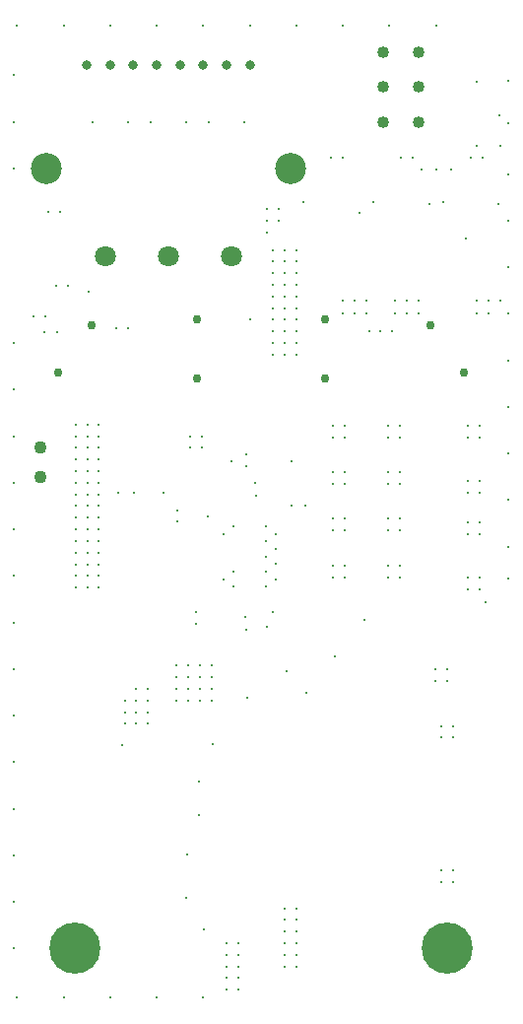
<source format=gbr>
%TF.GenerationSoftware,Altium Limited,Altium Designer,25.6.2 (33)*%
G04 Layer_Color=0*
%FSLAX45Y45*%
%MOMM*%
%TF.SameCoordinates,4265A882-CCA4-4A53-A555-757F884491BB*%
%TF.FilePolarity,Positive*%
%TF.FileFunction,Plated,1,6,PTH,Drill*%
%TF.Part,Single*%
G01*
G75*
%TA.AperFunction,ComponentDrill*%
%ADD123C,1.02000*%
%ADD124C,1.80000*%
%ADD125C,0.75000*%
%ADD126C,0.75000*%
%ADD127C,0.75000*%
%ADD128C,2.67000*%
%ADD129C,0.80000*%
%ADD130C,4.40000*%
%ADD131C,1.10000*%
%TA.AperFunction,ViaDrill,NotFilled*%
%ADD132C,0.30000*%
D123*
X1350000Y8200000D02*
D03*
X1350000Y7900000D02*
D03*
X1350000Y7600000D02*
D03*
X1050000Y8200000D02*
D03*
Y7600000D02*
D03*
X1050000Y7900000D02*
D03*
D124*
X-800000Y6445500D02*
D03*
X-256000D02*
D03*
X-1344000D02*
D03*
D125*
X1456606Y5854788D02*
D03*
X1743394Y5445212D02*
D03*
D126*
X550000Y5900000D02*
D03*
X-550000D02*
D03*
X550000Y5400000D02*
D03*
X-550000D02*
D03*
D127*
X-1456606Y5854788D02*
D03*
X-1743394Y5445212D02*
D03*
D128*
X247000Y7200000D02*
D03*
X-1847000D02*
D03*
D129*
X-1100000Y8085000D02*
D03*
X-500000D02*
D03*
X-100000D02*
D03*
X-300000D02*
D03*
X-700000D02*
D03*
X-900000D02*
D03*
X-1300000D02*
D03*
X-1500000D02*
D03*
D130*
X-1600000Y500000D02*
D03*
X1600000D02*
D03*
D131*
X-1900000Y4548000D02*
D03*
Y4802000D02*
D03*
D132*
X-420000Y2255000D02*
D03*
X-650000Y930000D02*
D03*
X-535000Y1934058D02*
D03*
X-495000Y661532D02*
D03*
X-640999Y1302886D02*
D03*
X-535000Y1646156D02*
D03*
X884588Y3321434D02*
D03*
X386183Y2695660D02*
D03*
X-1397500Y3600000D02*
D03*
Y3700000D02*
D03*
Y3800000D02*
D03*
Y3999999D02*
D03*
Y3900000D02*
D03*
Y4199999D02*
D03*
Y4099999D02*
D03*
Y4399999D02*
D03*
Y4299999D02*
D03*
Y4599998D02*
D03*
Y4499998D02*
D03*
Y4799998D02*
D03*
Y4699998D02*
D03*
Y4999997D02*
D03*
Y4899998D02*
D03*
X-1497500D02*
D03*
X-1597500D02*
D03*
Y4999997D02*
D03*
X-1497500D02*
D03*
Y4699998D02*
D03*
X-1597500D02*
D03*
Y4799998D02*
D03*
X-1497500D02*
D03*
Y4499998D02*
D03*
X-1597500D02*
D03*
Y4599998D02*
D03*
X-1497500D02*
D03*
Y4299999D02*
D03*
X-1597500D02*
D03*
Y4399999D02*
D03*
X-1497500D02*
D03*
Y4099999D02*
D03*
X-1597500D02*
D03*
Y4199999D02*
D03*
X-1497500D02*
D03*
Y3900000D02*
D03*
X-1597500D02*
D03*
Y3999999D02*
D03*
X-1497500D02*
D03*
Y3800000D02*
D03*
X-1597500D02*
D03*
Y3700000D02*
D03*
X-1497500D02*
D03*
Y3600000D02*
D03*
X-1597500D02*
D03*
X1650000Y1069000D02*
D03*
X1550000D02*
D03*
Y1169000D02*
D03*
X1650000D02*
D03*
X1597500Y2900000D02*
D03*
X1497500D02*
D03*
Y2800000D02*
D03*
X1597500D02*
D03*
X1650000Y2411000D02*
D03*
X1550000D02*
D03*
Y2311000D02*
D03*
X1650000D02*
D03*
X1125000Y5800000D02*
D03*
X1025000D02*
D03*
X2125000Y7952499D02*
D03*
Y7592499D02*
D03*
Y7152499D02*
D03*
Y6752499D02*
D03*
Y5952499D02*
D03*
X1925000Y3474999D02*
D03*
X635386Y3008547D02*
D03*
X-120000Y2650000D02*
D03*
X-2125002Y5700000D02*
D03*
Y5300000D02*
D03*
Y4900000D02*
D03*
Y4500000D02*
D03*
Y4100000D02*
D03*
Y3700000D02*
D03*
Y3300000D02*
D03*
Y2900000D02*
D03*
Y2500000D02*
D03*
Y2100000D02*
D03*
Y1700000D02*
D03*
Y1300000D02*
D03*
Y900000D02*
D03*
Y500000D02*
D03*
X-500000Y74998D02*
D03*
X-900000D02*
D03*
X-1300000D02*
D03*
X-2100000D02*
D03*
X-1700000D02*
D03*
X-200000Y144999D02*
D03*
X-300000D02*
D03*
Y244999D02*
D03*
X-200000D02*
D03*
Y544999D02*
D03*
X-300000D02*
D03*
X-200000Y444999D02*
D03*
X-300000D02*
D03*
Y344999D02*
D03*
X-200000D02*
D03*
X200000D02*
D03*
X300000D02*
D03*
Y444999D02*
D03*
X200000D02*
D03*
X300000Y544999D02*
D03*
X200000D02*
D03*
Y644999D02*
D03*
X300000D02*
D03*
Y745000D02*
D03*
X200000D02*
D03*
Y845000D02*
D03*
X300000D02*
D03*
X-2125002Y7200001D02*
D03*
Y7600001D02*
D03*
Y8000001D02*
D03*
X1500000Y8425002D02*
D03*
X1100000D02*
D03*
X700000D02*
D03*
X300000D02*
D03*
X-100000D02*
D03*
X-500000D02*
D03*
X-900000D02*
D03*
X-1300000D02*
D03*
X-2100000D02*
D03*
X-1700000D02*
D03*
X2125000Y6352499D02*
D03*
Y5552499D02*
D03*
Y5152499D02*
D03*
Y4752499D02*
D03*
Y4352499D02*
D03*
Y3674999D02*
D03*
Y3952499D02*
D03*
X1875000Y4162500D02*
D03*
Y4062500D02*
D03*
Y3687500D02*
D03*
X1775000Y4062500D02*
D03*
X1875000Y3587500D02*
D03*
X1775000Y3687500D02*
D03*
Y3587500D02*
D03*
Y4162500D02*
D03*
X-720000Y4165000D02*
D03*
Y4265000D02*
D03*
X1775000Y4512500D02*
D03*
X1875000D02*
D03*
X1775000Y4412500D02*
D03*
X1875000D02*
D03*
X1087500Y4090000D02*
D03*
Y4190000D02*
D03*
Y3790000D02*
D03*
Y3690000D02*
D03*
X1187500Y4090000D02*
D03*
Y4190000D02*
D03*
Y3790000D02*
D03*
Y3690000D02*
D03*
Y4890000D02*
D03*
Y4990000D02*
D03*
Y4590000D02*
D03*
Y4490000D02*
D03*
X1087500Y4890000D02*
D03*
Y4990000D02*
D03*
Y4590000D02*
D03*
Y4490000D02*
D03*
X-975000Y2530001D02*
D03*
X-1075000D02*
D03*
Y2630000D02*
D03*
Y2730000D02*
D03*
X-975000D02*
D03*
Y2630000D02*
D03*
X-1075000Y2430001D02*
D03*
X-975000D02*
D03*
X-1175000Y2530001D02*
D03*
Y2430001D02*
D03*
Y2630000D02*
D03*
X1850000Y7945000D02*
D03*
X1500000Y7190000D02*
D03*
X1627000D02*
D03*
X1373000D02*
D03*
X2040500Y6897500D02*
D03*
X1950000Y5955000D02*
D03*
X1850000D02*
D03*
X1560000Y6907500D02*
D03*
X1440500Y6897500D02*
D03*
X1350000Y5955000D02*
D03*
X960000Y6907500D02*
D03*
X360000D02*
D03*
X840500Y6820000D02*
D03*
X800000Y5955000D02*
D03*
X900000D02*
D03*
X700000D02*
D03*
X1250000D02*
D03*
X1150000D02*
D03*
X300000Y6300000D02*
D03*
Y6200000D02*
D03*
Y6500000D02*
D03*
Y6000000D02*
D03*
Y6100000D02*
D03*
X712500Y4890000D02*
D03*
Y4590000D02*
D03*
X1875000Y4887500D02*
D03*
X712500Y3690000D02*
D03*
X1775000Y4887500D02*
D03*
X712500Y4090000D02*
D03*
Y4490000D02*
D03*
Y4990000D02*
D03*
X612500D02*
D03*
Y4590000D02*
D03*
Y4490000D02*
D03*
Y4890000D02*
D03*
X300000Y5800000D02*
D03*
Y5700000D02*
D03*
Y5900000D02*
D03*
X377500Y4300000D02*
D03*
X300000Y5600000D02*
D03*
X712500Y4190000D02*
D03*
Y3790000D02*
D03*
X1875000Y4987500D02*
D03*
X1775000D02*
D03*
X612500Y4190000D02*
D03*
Y4090000D02*
D03*
Y3690000D02*
D03*
Y3790000D02*
D03*
X200000Y6400000D02*
D03*
X300000D02*
D03*
X200000Y6500000D02*
D03*
Y6200000D02*
D03*
Y6100000D02*
D03*
Y6300000D02*
D03*
X100000D02*
D03*
Y6400000D02*
D03*
Y6100000D02*
D03*
Y6200000D02*
D03*
X200000Y5900000D02*
D03*
Y5800000D02*
D03*
Y6000000D02*
D03*
Y5700000D02*
D03*
Y5600000D02*
D03*
X100000D02*
D03*
Y5900000D02*
D03*
Y5800000D02*
D03*
Y6000000D02*
D03*
Y5700000D02*
D03*
X-1730000Y6825000D02*
D03*
X100000Y6500000D02*
D03*
X-1482500Y6140000D02*
D03*
X-1830000Y6825000D02*
D03*
X-1250000Y5830000D02*
D03*
X-1150000D02*
D03*
X-1860000Y5930000D02*
D03*
X-1955000D02*
D03*
X-1865000Y5790000D02*
D03*
X95000Y3390000D02*
D03*
X-57500Y4500000D02*
D03*
X50000Y3260000D02*
D03*
X-130000Y4740000D02*
D03*
X-260000Y4685000D02*
D03*
X-132500Y3240000D02*
D03*
X220000Y2880000D02*
D03*
X-512500Y4900000D02*
D03*
X-612500D02*
D03*
X-512500Y4800000D02*
D03*
X-612500D02*
D03*
X-1230000Y4415000D02*
D03*
X-1097500Y4410000D02*
D03*
X-837500D02*
D03*
X-460000Y4215000D02*
D03*
X-560000Y3287500D02*
D03*
Y3387500D02*
D03*
X-1200000Y2242500D02*
D03*
X-1755000Y5790000D02*
D03*
X1754000Y6598000D02*
D03*
X2045000Y7655000D02*
D03*
X50000Y6650000D02*
D03*
Y6750000D02*
D03*
Y6850000D02*
D03*
X150000Y6750000D02*
D03*
Y6850000D02*
D03*
X-729999Y2630001D02*
D03*
X-630000D02*
D03*
X-530000D02*
D03*
X-430000D02*
D03*
Y2730000D02*
D03*
X-530000D02*
D03*
X-630000D02*
D03*
X-729999D02*
D03*
Y2830000D02*
D03*
X-630000D02*
D03*
X-729999Y2930000D02*
D03*
X-630000D02*
D03*
X-530000Y2830000D02*
D03*
Y2930000D02*
D03*
X-430000D02*
D03*
Y2830000D02*
D03*
X925000Y5800000D02*
D03*
X2050000Y7395000D02*
D03*
X1850000D02*
D03*
X-242500Y3737500D02*
D03*
X42500Y4127500D02*
D03*
X122500Y4062500D02*
D03*
X42500Y3997500D02*
D03*
X122500Y3932500D02*
D03*
X42500Y3867500D02*
D03*
X122500Y3802500D02*
D03*
X42500Y3737500D02*
D03*
X122500Y3672500D02*
D03*
X42500Y3607500D02*
D03*
X-242500D02*
D03*
X-322500Y3672500D02*
D03*
Y4062500D02*
D03*
X-242500Y4127500D02*
D03*
X1800000Y7295000D02*
D03*
X1900000Y7295000D02*
D03*
X600000Y7295000D02*
D03*
X700000Y7295000D02*
D03*
X-1450000Y7600000D02*
D03*
X-1150000D02*
D03*
X-950000D02*
D03*
X-650000D02*
D03*
X-450000D02*
D03*
X-150000D02*
D03*
X-100000Y5900000D02*
D03*
X1300000Y7295000D02*
D03*
X1200000Y7295000D02*
D03*
X262500Y4300000D02*
D03*
X-49000Y4390000D02*
D03*
X-141000Y3350000D02*
D03*
X2050000Y6065000D02*
D03*
X1950000D02*
D03*
X1850000D02*
D03*
X1350000D02*
D03*
X1250000D02*
D03*
X1150000D02*
D03*
X700000D02*
D03*
X800000D02*
D03*
X900000D02*
D03*
X-1765000Y6190000D02*
D03*
X-1665000D02*
D03*
X260000Y4685000D02*
D03*
X-130000Y4645000D02*
D03*
%TF.MD5,5b9c3781b504d24e45aa3883ac579513*%
M02*

</source>
